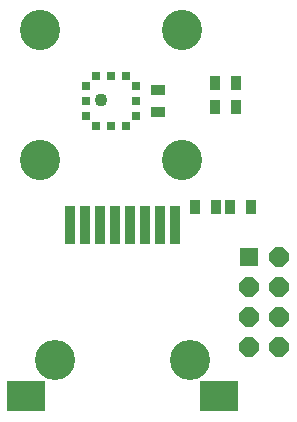
<source format=gbr>
G04 EAGLE Gerber RS-274X export*
G75*
%MOMM*%
%FSLAX34Y34*%
%LPD*%
%INSoldermask Top*%
%IPPOS*%
%AMOC8*
5,1,8,0,0,1.08239X$1,22.5*%
G01*
%ADD10R,1.301600X0.901600*%
%ADD11R,0.901600X1.301600*%
%ADD12R,0.801600X0.801600*%
%ADD13C,1.101600*%
%ADD14R,0.901600X3.301600*%
%ADD15R,3.221600X2.641600*%
%ADD16C,3.401600*%
%ADD17R,1.625600X1.625600*%
%ADD18P,1.759533X8X292.500000*%
%ADD19C,3.403600*%


D10*
X130000Y261000D03*
X130000Y279000D03*
D11*
X191000Y180000D03*
X209000Y180000D03*
X161000Y180000D03*
X179000Y180000D03*
X178000Y265000D03*
X196000Y265000D03*
X178000Y285000D03*
X196000Y285000D03*
D12*
X102700Y249000D03*
X90000Y249000D03*
X77300Y249000D03*
X69000Y257300D03*
X69000Y270000D03*
X69000Y282700D03*
X77300Y291000D03*
X90000Y291000D03*
X102700Y291000D03*
X111000Y282700D03*
X111000Y270000D03*
X111000Y257300D03*
D13*
X81400Y270500D03*
D14*
X144450Y165200D03*
X131750Y165200D03*
X119050Y165200D03*
X106350Y165200D03*
X93650Y165200D03*
X80950Y165200D03*
X68250Y165200D03*
X55550Y165200D03*
D15*
X181700Y20000D03*
X18300Y20000D03*
D16*
X157150Y50500D03*
X42850Y50500D03*
D17*
X207300Y138100D03*
D18*
X232700Y138100D03*
X207300Y112700D03*
X232700Y112700D03*
X207300Y87300D03*
X232700Y87300D03*
X207300Y61900D03*
X232700Y61900D03*
D19*
X30000Y330000D03*
X150000Y330000D03*
X30000Y220000D03*
X150000Y220000D03*
M02*

</source>
